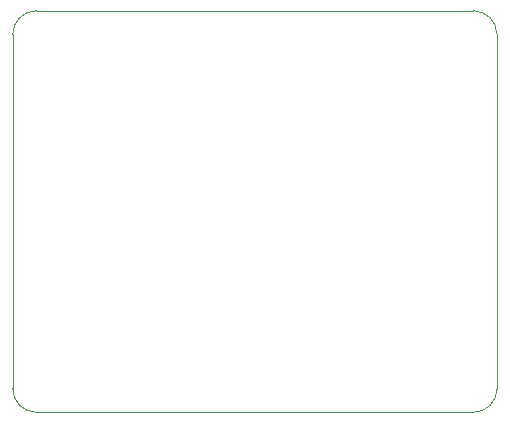
<source format=gbr>
%TF.GenerationSoftware,KiCad,Pcbnew,7.0.5*%
%TF.CreationDate,2024-02-18T20:54:15+09:00*%
%TF.ProjectId,tdc-tdt-kicad,7464632d-7464-4742-9d6b-696361642e6b,rev?*%
%TF.SameCoordinates,Original*%
%TF.FileFunction,Profile,NP*%
%FSLAX46Y46*%
G04 Gerber Fmt 4.6, Leading zero omitted, Abs format (unit mm)*
G04 Created by KiCad (PCBNEW 7.0.5) date 2024-02-18 20:54:15*
%MOMM*%
%LPD*%
G01*
G04 APERTURE LIST*
%TA.AperFunction,Profile*%
%ADD10C,0.100000*%
%TD*%
G04 APERTURE END LIST*
D10*
X131000000Y-50000000D02*
G75*
G03*
X129000000Y-52000000I0J-2000000D01*
G01*
X170000000Y-52000000D02*
X170000000Y-82000000D01*
X129000000Y-52000000D02*
X129000000Y-82000000D01*
X129000000Y-82000000D02*
G75*
G03*
X131000000Y-84000000I2000000J0D01*
G01*
X168000000Y-84000000D02*
G75*
G03*
X170000000Y-82000000I0J2000000D01*
G01*
X170000000Y-52000000D02*
G75*
G03*
X168000000Y-50000000I-2000000J0D01*
G01*
X131000000Y-50000000D02*
X168000000Y-50000000D01*
X131000000Y-84000000D02*
X168000000Y-84000000D01*
M02*

</source>
